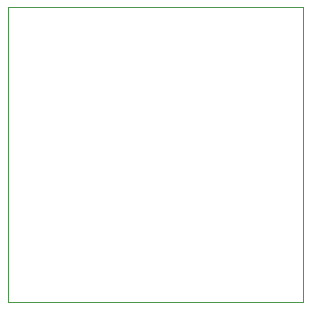
<source format=gm1>
%TF.GenerationSoftware,KiCad,Pcbnew,8.0.4*%
%TF.CreationDate,2025-01-06T14:26:29+00:00*%
%TF.ProjectId,tssop_breakout_stencil,7473736f-705f-4627-9265-616b6f75745f,rev?*%
%TF.SameCoordinates,Original*%
%TF.FileFunction,Profile,NP*%
%FSLAX46Y46*%
G04 Gerber Fmt 4.6, Leading zero omitted, Abs format (unit mm)*
G04 Created by KiCad (PCBNEW 8.0.4) date 2025-01-06 14:26:29*
%MOMM*%
%LPD*%
G01*
G04 APERTURE LIST*
%TA.AperFunction,Profile*%
%ADD10C,0.050000*%
%TD*%
G04 APERTURE END LIST*
D10*
X50000000Y-50000000D02*
X75000000Y-50000000D01*
X75000000Y-75000000D01*
X50000000Y-75000000D01*
X50000000Y-50000000D01*
M02*

</source>
